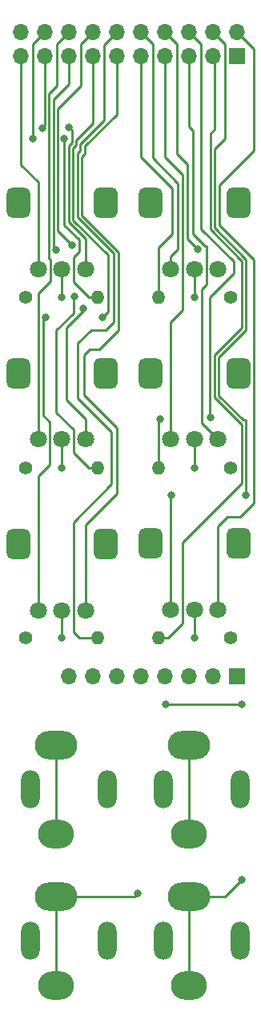
<source format=gtl>
%TF.GenerationSoftware,KiCad,Pcbnew,(6.0.1)*%
%TF.CreationDate,2022-10-19T17:02:20-04:00*%
%TF.ProjectId,ER-PROTO-CTLS-6-01,45522d50-524f-4544-9f2d-43544c532d36,1*%
%TF.SameCoordinates,Original*%
%TF.FileFunction,Copper,L1,Top*%
%TF.FilePolarity,Positive*%
%FSLAX46Y46*%
G04 Gerber Fmt 4.6, Leading zero omitted, Abs format (unit mm)*
G04 Created by KiCad (PCBNEW (6.0.1)) date 2022-10-19 17:02:20*
%MOMM*%
%LPD*%
G01*
G04 APERTURE LIST*
G04 Aperture macros list*
%AMRoundRect*
0 Rectangle with rounded corners*
0 $1 Rounding radius*
0 $2 $3 $4 $5 $6 $7 $8 $9 X,Y pos of 4 corners*
0 Add a 4 corners polygon primitive as box body*
4,1,4,$2,$3,$4,$5,$6,$7,$8,$9,$2,$3,0*
0 Add four circle primitives for the rounded corners*
1,1,$1+$1,$2,$3*
1,1,$1+$1,$4,$5*
1,1,$1+$1,$6,$7*
1,1,$1+$1,$8,$9*
0 Add four rect primitives between the rounded corners*
20,1,$1+$1,$2,$3,$4,$5,0*
20,1,$1+$1,$4,$5,$6,$7,0*
20,1,$1+$1,$6,$7,$8,$9,0*
20,1,$1+$1,$8,$9,$2,$3,0*%
G04 Aperture macros list end*
%TA.AperFunction,WasherPad*%
%ADD10RoundRect,0.625000X0.625000X-0.975000X0.625000X0.975000X-0.625000X0.975000X-0.625000X-0.975000X0*%
%TD*%
%TA.AperFunction,WasherPad*%
%ADD11RoundRect,0.578704X0.671296X-1.021296X0.671296X1.021296X-0.671296X1.021296X-0.671296X-1.021296X0*%
%TD*%
%TA.AperFunction,ComponentPad*%
%ADD12C,1.800000*%
%TD*%
%TA.AperFunction,ComponentPad*%
%ADD13C,1.400000*%
%TD*%
%TA.AperFunction,ComponentPad*%
%ADD14O,1.400000X1.400000*%
%TD*%
%TA.AperFunction,ComponentPad*%
%ADD15O,4.500000X3.000000*%
%TD*%
%TA.AperFunction,ComponentPad*%
%ADD16O,3.800000X3.000000*%
%TD*%
%TA.AperFunction,ComponentPad*%
%ADD17O,2.000000X4.000000*%
%TD*%
%TA.AperFunction,ComponentPad*%
%ADD18R,1.700000X1.700000*%
%TD*%
%TA.AperFunction,ComponentPad*%
%ADD19O,1.700000X1.700000*%
%TD*%
%TA.AperFunction,ViaPad*%
%ADD20C,0.800000*%
%TD*%
%TA.AperFunction,Conductor*%
%ADD21C,0.250000*%
%TD*%
G04 APERTURE END LIST*
D10*
%TO.P,RV4,*%
%TO.N,*%
X114850000Y-47000000D03*
D11*
X124150000Y-47000000D03*
D12*
%TO.P,RV4,1,1*%
%TO.N,/POTCW_2*%
X122000000Y-54000000D03*
%TO.P,RV4,2,2*%
%TO.N,Net-(R4-Pad1)*%
X119500000Y-54000000D03*
%TO.P,RV4,3,3*%
%TO.N,/POTCCW_2*%
X117000000Y-54000000D03*
%TD*%
D13*
%TO.P,R4,1*%
%TO.N,Net-(R4-Pad1)*%
X123310000Y-57000000D03*
D14*
%TO.P,R4,2*%
%TO.N,/POTW_2*%
X115690000Y-57000000D03*
%TD*%
D10*
%TO.P,RV2,*%
%TO.N,*%
X114850000Y-29000000D03*
D11*
X124150000Y-29000000D03*
D12*
%TO.P,RV2,1,1*%
%TO.N,/POTCW_3*%
X122000000Y-36000000D03*
%TO.P,RV2,2,2*%
%TO.N,Net-(R2-Pad1)*%
X119500000Y-36000000D03*
%TO.P,RV2,3,3*%
%TO.N,/POTCCW_3*%
X117000000Y-36000000D03*
%TD*%
D11*
%TO.P,RV5,*%
%TO.N,*%
X110150000Y-65050000D03*
D10*
X100850000Y-65050000D03*
D12*
%TO.P,RV5,1,1*%
%TO.N,/POTCW_4*%
X108000000Y-72050000D03*
%TO.P,RV5,2,2*%
%TO.N,Net-(R5-Pad1)*%
X105500000Y-72050000D03*
%TO.P,RV5,3,3*%
%TO.N,/POTCCW_4*%
X103000000Y-72050000D03*
%TD*%
D15*
%TO.P,J4,S*%
%TO.N,/VIO_4S*%
X118900000Y-102300000D03*
D16*
X118900000Y-111700000D03*
D17*
%TO.P,J4,T*%
%TO.N,/VIO_4*%
X124300000Y-107000000D03*
%TO.P,J4,TN*%
%TO.N,unconnected-(J4-PadTN)*%
X116200000Y-107000000D03*
%TD*%
D11*
%TO.P,RV6,*%
%TO.N,*%
X124150000Y-65000000D03*
D10*
X114850000Y-65000000D03*
D12*
%TO.P,RV6,1,1*%
%TO.N,/POTCW_1*%
X122000000Y-72000000D03*
%TO.P,RV6,2,2*%
%TO.N,Net-(R6-Pad1)*%
X119500000Y-72000000D03*
%TO.P,RV6,3,3*%
%TO.N,/POTCCW_1*%
X117000000Y-72000000D03*
%TD*%
D13*
%TO.P,R6,1*%
%TO.N,Net-(R6-Pad1)*%
X123310000Y-75000000D03*
D14*
%TO.P,R6,2*%
%TO.N,/POTW_1*%
X115690000Y-75000000D03*
%TD*%
D13*
%TO.P,R5,1*%
%TO.N,Net-(R5-Pad1)*%
X101690000Y-75000000D03*
D14*
%TO.P,R5,2*%
%TO.N,/POTW_4*%
X109310000Y-75000000D03*
%TD*%
D15*
%TO.P,J1,S*%
%TO.N,/VI0_1S*%
X104900000Y-86300000D03*
D16*
X104900000Y-95700000D03*
D17*
%TO.P,J1,T*%
%TO.N,/VI0_1*%
X110300000Y-91000000D03*
%TO.P,J1,TN*%
%TO.N,unconnected-(J1-PadTN)*%
X102200000Y-91000000D03*
%TD*%
D13*
%TO.P,R3,1*%
%TO.N,Net-(R3-Pad1)*%
X101690000Y-57000000D03*
D14*
%TO.P,R3,2*%
%TO.N,/POTW_5*%
X109310000Y-57000000D03*
%TD*%
D15*
%TO.P,J3,S*%
%TO.N,/VIO_3S*%
X104900000Y-102300000D03*
D16*
X104900000Y-111700000D03*
D17*
%TO.P,J3,T*%
%TO.N,/VIO_3*%
X110300000Y-107000000D03*
%TO.P,J3,TN*%
%TO.N,unconnected-(J3-PadTN)*%
X102200000Y-107000000D03*
%TD*%
D11*
%TO.P,RV1,*%
%TO.N,*%
X110150000Y-29000000D03*
D10*
X100850000Y-29000000D03*
D12*
%TO.P,RV1,1,1*%
%TO.N,/POTCW_6*%
X108000000Y-36000000D03*
%TO.P,RV1,2,2*%
%TO.N,Net-(R1-Pad1)*%
X105500000Y-36000000D03*
%TO.P,RV1,3,3*%
%TO.N,/POTCCW_6*%
X103000000Y-36000000D03*
%TD*%
D13*
%TO.P,R1,1*%
%TO.N,Net-(R1-Pad1)*%
X101690000Y-39000000D03*
D14*
%TO.P,R1,2*%
%TO.N,/POTW_6*%
X109310000Y-39000000D03*
%TD*%
D11*
%TO.P,RV3,*%
%TO.N,*%
X110150000Y-47000000D03*
D10*
X100850000Y-47000000D03*
D12*
%TO.P,RV3,1,1*%
%TO.N,/POTCW_5*%
X108000000Y-54000000D03*
%TO.P,RV3,2,2*%
%TO.N,Net-(R3-Pad1)*%
X105500000Y-54000000D03*
%TO.P,RV3,3,3*%
%TO.N,/POTCCW_5*%
X103000000Y-54000000D03*
%TD*%
D13*
%TO.P,R2,1*%
%TO.N,Net-(R2-Pad1)*%
X123310000Y-39000000D03*
D14*
%TO.P,R2,2*%
%TO.N,/POTW_3*%
X115690000Y-39000000D03*
%TD*%
D16*
%TO.P,J2,S*%
%TO.N,/VI0_2S*%
X118900000Y-95700000D03*
D15*
X118900000Y-86300000D03*
D17*
%TO.P,J2,T*%
%TO.N,/VIO_2*%
X124300000Y-91000000D03*
%TO.P,J2,TN*%
%TO.N,unconnected-(J2-PadTN)*%
X116200000Y-91000000D03*
%TD*%
D18*
%TO.P,J5,1,Pin_1*%
%TO.N,GND*%
X124000000Y-13500000D03*
D19*
%TO.P,J5,2,Pin_2*%
%TO.N,/POTCW_1*%
X124000000Y-10960000D03*
%TO.P,J5,3,Pin_3*%
%TO.N,/POTW_1*%
X121460000Y-13500000D03*
%TO.P,J5,4,Pin_4*%
%TO.N,/POTCCW_1*%
X121460000Y-10960000D03*
%TO.P,J5,5,Pin_5*%
%TO.N,/POTCW_2*%
X118920000Y-13500000D03*
%TO.P,J5,6,Pin_6*%
%TO.N,/POTW_2*%
X118920000Y-10960000D03*
%TO.P,J5,7,Pin_7*%
%TO.N,/POTCCW_2*%
X116380000Y-13500000D03*
%TO.P,J5,8,Pin_8*%
%TO.N,/POTCW_3*%
X116380000Y-10960000D03*
%TO.P,J5,9,Pin_9*%
%TO.N,/POTW_3*%
X113840000Y-13500000D03*
%TO.P,J5,10,Pin_10*%
%TO.N,/POTCCW_3*%
X113840000Y-10960000D03*
%TO.P,J5,11,Pin_11*%
%TO.N,/POTCW_4*%
X111300000Y-13500000D03*
%TO.P,J5,12,Pin_12*%
%TO.N,/POTW_4*%
X111300000Y-10960000D03*
%TO.P,J5,13,Pin_13*%
%TO.N,/POTCCW_4*%
X108760000Y-13500000D03*
%TO.P,J5,14,Pin_14*%
%TO.N,/POTCW_5*%
X108760000Y-10960000D03*
%TO.P,J5,15,Pin_15*%
%TO.N,/POTW_5*%
X106220000Y-13500000D03*
%TO.P,J5,16,Pin_16*%
%TO.N,/POTCCW_5*%
X106220000Y-10960000D03*
%TO.P,J5,17,Pin_17*%
%TO.N,/POTCW_6*%
X103680000Y-13500000D03*
%TO.P,J5,18,Pin_18*%
%TO.N,/POTW_6*%
X103680000Y-10960000D03*
%TO.P,J5,19,Pin_19*%
%TO.N,/POTCCW_6*%
X101140000Y-13500000D03*
%TO.P,J5,20,Pin_20*%
%TO.N,GND*%
X101140000Y-10960000D03*
%TD*%
D18*
%TO.P,J10,1,Pin_1*%
%TO.N,/VIO_4S*%
X124000000Y-79000000D03*
D19*
%TO.P,J10,2,Pin_2*%
%TO.N,/VIO_4*%
X121460000Y-79000000D03*
%TO.P,J10,3,Pin_3*%
%TO.N,/VI0_2S*%
X118920000Y-79000000D03*
%TO.P,J10,4,Pin_4*%
%TO.N,/VIO_2*%
X116380000Y-79000000D03*
%TO.P,J10,5,Pin_5*%
%TO.N,/VIO_3S*%
X113840000Y-79000000D03*
%TO.P,J10,6,Pin_6*%
%TO.N,/VIO_3*%
X111300000Y-79000000D03*
%TO.P,J10,7,Pin_7*%
%TO.N,/VI0_1S*%
X108760000Y-79000000D03*
%TO.P,J10,8,Pin_8*%
%TO.N,/VI0_1*%
X106220000Y-79000000D03*
%TD*%
D20*
%TO.N,/POTCCW_1*%
X124968000Y-59893200D03*
X117094000Y-59893200D03*
%TO.N,/POTW_2*%
X121208800Y-51663600D03*
X115874800Y-51816000D03*
%TO.N,/POTCW_3*%
X119888000Y-33934400D03*
%TO.N,/POTCCW_4*%
X109778800Y-41097200D03*
X103784400Y-41097200D03*
%TO.N,/POTCW_5*%
X107746800Y-40132000D03*
X106527600Y-33477200D03*
%TO.N,/POTW_5*%
X106781600Y-38862000D03*
X104876600Y-33959800D03*
%TO.N,Net-(R1-Pad1)*%
X105500000Y-39000000D03*
%TO.N,Net-(R2-Pad1)*%
X119500000Y-39000000D03*
%TO.N,Net-(R3-Pad1)*%
X105500000Y-57000000D03*
%TO.N,Net-(R4-Pad1)*%
X119500000Y-57000000D03*
%TO.N,Net-(R5-Pad1)*%
X105500000Y-75000000D03*
%TO.N,/POTCW_6*%
X106252620Y-21031200D03*
X103405020Y-21084800D03*
%TO.N,/POTW_6*%
X105753060Y-22250400D03*
X102412800Y-22199600D03*
%TO.N,Net-(R6-Pad1)*%
X119500000Y-75000000D03*
%TO.N,/VIO_2*%
X124500000Y-82000000D03*
X116500000Y-82000000D03*
%TO.N,/VIO_3S*%
X113500000Y-102000000D03*
%TO.N,/VIO_4S*%
X124500000Y-100500000D03*
%TD*%
D21*
%TO.N,/POTCCW_1*%
X117000000Y-59987200D02*
X117000000Y-72000000D01*
X124663200Y-51968400D02*
X122072400Y-49377600D01*
X124968000Y-51968400D02*
X124663200Y-51968400D01*
X124968000Y-59893200D02*
X124968000Y-51968400D01*
X122072400Y-49377600D02*
X122072400Y-45313600D01*
X124968000Y-42418000D02*
X124968000Y-34975082D01*
X122732800Y-22250400D02*
X122732800Y-12232800D01*
X121640600Y-31647682D02*
X121640600Y-23342600D01*
X122072400Y-45313600D02*
X124968000Y-42418000D01*
X124968000Y-34975082D02*
X121640600Y-31647682D01*
X122732800Y-12232800D02*
X121460000Y-10960000D01*
X117094000Y-59893200D02*
X117000000Y-59987200D01*
X121640600Y-23342600D02*
X122732800Y-22250400D01*
%TO.N,/POTCW_1*%
X125780800Y-23520400D02*
X125780800Y-12740800D01*
X125780800Y-12740800D02*
X124000000Y-10960000D01*
X122986800Y-62179200D02*
X124307600Y-62179200D01*
X122148600Y-31343600D02*
X122148600Y-27152600D01*
X125780800Y-60706000D02*
X125780800Y-34975800D01*
X124307600Y-62179200D02*
X125780800Y-60706000D01*
X122000000Y-72000000D02*
X122000000Y-63166000D01*
X125780800Y-34975800D02*
X122148600Y-31343600D01*
X122148600Y-27152600D02*
X125780800Y-23520400D01*
X122000000Y-63166000D02*
X122986800Y-62179200D01*
%TO.N,/POTCCW_2*%
X117000000Y-41597600D02*
X118275489Y-40322111D01*
X117000000Y-54000000D02*
X117000000Y-41597600D01*
X118275489Y-26047311D02*
X118275489Y-40322111D01*
X116380000Y-24151822D02*
X118275489Y-26047311D01*
X116380000Y-13500000D02*
X116380000Y-24151822D01*
%TO.N,/POTCW_2*%
X119329200Y-32258000D02*
X119329200Y-21336000D01*
X120243600Y-52243600D02*
X120243600Y-38100000D01*
X119329200Y-21336000D02*
X118920000Y-20926800D01*
X118920000Y-20926800D02*
X118920000Y-13500000D01*
X120243600Y-38100000D02*
X120751600Y-37592000D01*
X120599200Y-33528000D02*
X119329200Y-32258000D01*
X120751600Y-37592000D02*
X120751600Y-33528000D01*
X122000000Y-54000000D02*
X120243600Y-52243600D01*
X120751600Y-33528000D02*
X120599200Y-33528000D01*
%TO.N,/POTW_2*%
X120192800Y-31750000D02*
X123647200Y-35204400D01*
X121165680Y-51620480D02*
X121208800Y-51663600D01*
X121165680Y-38955920D02*
X121165680Y-51620480D01*
X123647200Y-36474400D02*
X121165680Y-38955920D01*
X115690000Y-52000800D02*
X115690000Y-57000000D01*
X120192800Y-12232800D02*
X120192800Y-31750000D01*
X115874800Y-51816000D02*
X115690000Y-52000800D01*
X118920000Y-10960000D02*
X120192800Y-12232800D01*
X123647200Y-35204400D02*
X123647200Y-36474400D01*
%TO.N,/POTW_1*%
X121673680Y-21226720D02*
X121673680Y-13713680D01*
X121183400Y-31826199D02*
X121183400Y-21717000D01*
X121615200Y-49556118D02*
X121615200Y-45110400D01*
X115690000Y-75000000D02*
X116679949Y-75000000D01*
X118224511Y-73455438D02*
X118224511Y-64909489D01*
X121615200Y-45110400D02*
X124518480Y-42207120D01*
X118224511Y-64909489D02*
X124518480Y-58615520D01*
X124518480Y-35161280D02*
X121183400Y-31826199D01*
X124518480Y-52459398D02*
X121615200Y-49556118D01*
X116679949Y-75000000D02*
X118224511Y-73455438D01*
X124518480Y-42207120D02*
X124518480Y-35161280D01*
X124518480Y-58615520D02*
X124518480Y-52459398D01*
X121183400Y-21717000D02*
X121673680Y-21226720D01*
%TO.N,/POTCCW_3*%
X117000000Y-34688800D02*
X117000000Y-36000000D01*
X115112800Y-24282400D02*
X117754400Y-26924000D01*
X117754400Y-33934400D02*
X117000000Y-34688800D01*
X115112800Y-12232800D02*
X115112800Y-24282400D01*
X117754400Y-26924000D02*
X117754400Y-33934400D01*
X113840000Y-10960000D02*
X115112800Y-12232800D01*
%TO.N,/POTCW_3*%
X117652800Y-12232800D02*
X116380000Y-10960000D01*
X118725009Y-32771409D02*
X118725009Y-24937391D01*
X118725009Y-24937391D02*
X117652800Y-23865182D01*
X117652800Y-23865182D02*
X117652800Y-12232800D01*
X119888000Y-33934400D02*
X118725009Y-32771409D01*
%TO.N,/POTCCW_4*%
X104224511Y-56659089D02*
X104224511Y-52154511D01*
X109778800Y-41097200D02*
X110337600Y-40538400D01*
X103000000Y-72050000D02*
X103000000Y-57883600D01*
X110337600Y-34493200D02*
X106672320Y-30827920D01*
X106672320Y-30827920D02*
X106672320Y-23223280D01*
X106977120Y-22359680D02*
X108760000Y-20576800D01*
X104224511Y-52154511D02*
X103530400Y-51460400D01*
X108760000Y-20576800D02*
X108760000Y-13500000D01*
X103000000Y-57883600D02*
X104224511Y-56659089D01*
X106977120Y-22918480D02*
X106977120Y-22359680D01*
X110337600Y-40538400D02*
X110337600Y-34493200D01*
X103530400Y-51460400D02*
X103530400Y-41351200D01*
X103530400Y-41351200D02*
X103784400Y-41097200D01*
X106672320Y-23223280D02*
X106977120Y-22918480D01*
%TO.N,/POTCW_4*%
X107586720Y-24188480D02*
X107950000Y-23825200D01*
X111302800Y-52781200D02*
X107797600Y-49276000D01*
X109474000Y-44450000D02*
X111506000Y-42418000D01*
X107950000Y-23012400D02*
X111300000Y-19662400D01*
X107950000Y-23825200D02*
X107950000Y-23012400D01*
X108407200Y-44450000D02*
X109474000Y-44450000D01*
X111506000Y-42418000D02*
X111506000Y-34263882D01*
X111506000Y-34263882D02*
X107586720Y-30344602D01*
X107586720Y-30344602D02*
X107586720Y-24188480D01*
X108000000Y-72050000D02*
X108000000Y-63043600D01*
X111300000Y-19662400D02*
X111300000Y-13500000D01*
X107797600Y-45059600D02*
X108407200Y-44450000D01*
X107797600Y-49276000D02*
X107797600Y-45059600D01*
X108000000Y-63043600D02*
X111302800Y-59740800D01*
X111302800Y-59740800D02*
X111302800Y-52781200D01*
%TO.N,/POTCCW_5*%
X104275489Y-37253311D02*
X104275489Y-35035089D01*
X104129520Y-34889120D02*
X104129520Y-17485680D01*
X103000000Y-38528800D02*
X104275489Y-37253311D01*
X104952800Y-12227200D02*
X106220000Y-10960000D01*
X103000000Y-54000000D02*
X103000000Y-38528800D01*
X104952800Y-16662400D02*
X104952800Y-12227200D01*
X104129520Y-17485680D02*
X104952800Y-16662400D01*
X104275489Y-35035089D02*
X104129520Y-34889120D01*
%TO.N,/POTCW_5*%
X105028560Y-19075840D02*
X107492800Y-16611600D01*
X107492800Y-16611600D02*
X107492800Y-12227200D01*
X105968800Y-42214800D02*
X105968800Y-49785600D01*
X107746800Y-40436800D02*
X105968800Y-42214800D01*
X108000000Y-54000000D02*
X108000000Y-51816800D01*
X105028560Y-31978160D02*
X105028560Y-19075840D01*
X105968800Y-49785600D02*
X108000000Y-51816800D01*
X107746800Y-40132000D02*
X107746800Y-40436800D01*
X107492800Y-12227200D02*
X108760000Y-10960000D01*
X106527600Y-33477200D02*
X105028560Y-31978160D01*
%TO.N,/POTW_3*%
X113840000Y-13500000D02*
X113840000Y-24127200D01*
X115690000Y-33763600D02*
X115690000Y-39000000D01*
X117144800Y-27432000D02*
X117144800Y-32308800D01*
X117144800Y-32308800D02*
X115690000Y-33763600D01*
X113840000Y-24127200D02*
X117144800Y-27432000D01*
%TO.N,/POTW_4*%
X108610400Y-42418000D02*
X110134400Y-42418000D01*
X106730800Y-74371200D02*
X106730800Y-72512521D01*
X109982000Y-12278000D02*
X111300000Y-10960000D01*
X109310000Y-75000000D02*
X107359600Y-75000000D01*
X107359600Y-75000000D02*
X106730800Y-74371200D01*
X107188000Y-49682400D02*
X107188000Y-43840400D01*
X106730800Y-72512521D02*
X106724511Y-72506232D01*
X110718600Y-53213000D02*
X107188000Y-49682400D01*
X109982000Y-20269200D02*
X109982000Y-12278000D01*
X110134400Y-42418000D02*
X110947200Y-41605200D01*
X106724511Y-72506232D02*
X106724511Y-62744289D01*
X110947200Y-41605200D02*
X110947200Y-34340800D01*
X107137200Y-23774400D02*
X107426640Y-23484960D01*
X110947200Y-34340800D02*
X107137200Y-30530800D01*
X107426640Y-23484960D02*
X107426640Y-22824560D01*
X107137200Y-30530800D02*
X107137200Y-23774400D01*
X110718600Y-58750200D02*
X110718600Y-53213000D01*
X107426640Y-22824560D02*
X109982000Y-20269200D01*
X107188000Y-43840400D02*
X108610400Y-42418000D01*
X106724511Y-62744289D02*
X110718600Y-58750200D01*
%TO.N,/POTW_5*%
X106730800Y-55410749D02*
X106730800Y-52984400D01*
X106730800Y-38912800D02*
X106781600Y-38862000D01*
X104579040Y-33662240D02*
X104579040Y-18102960D01*
X104876600Y-33959800D02*
X104579040Y-33662240D01*
X104902000Y-42468800D02*
X106730800Y-40640000D01*
X108320051Y-57000000D02*
X106730800Y-55410749D01*
X106730800Y-40640000D02*
X106730800Y-38912800D01*
X104579040Y-18102960D02*
X106220000Y-16462000D01*
X106730800Y-52984400D02*
X104902000Y-51155600D01*
X106220000Y-16462000D02*
X106220000Y-13500000D01*
X104902000Y-51155600D02*
X104902000Y-42468800D01*
X109310000Y-57000000D02*
X108320051Y-57000000D01*
%TO.N,Net-(R1-Pad1)*%
X105500000Y-39000000D02*
X105500000Y-36000000D01*
%TO.N,Net-(R2-Pad1)*%
X119500000Y-36000000D02*
X119500000Y-39000000D01*
%TO.N,Net-(R3-Pad1)*%
X105500000Y-57000000D02*
X105500000Y-54000000D01*
%TO.N,Net-(R4-Pad1)*%
X119500000Y-57000000D02*
X119500000Y-54000000D01*
%TO.N,Net-(R5-Pad1)*%
X105500000Y-72050000D02*
X105500000Y-75000000D01*
%TO.N,/POTCW_6*%
X106202580Y-22981820D02*
X106527600Y-22656800D01*
X106527600Y-22656800D02*
X106527600Y-21306180D01*
X106527600Y-21306180D02*
X106252620Y-21031200D01*
X106222800Y-30683200D02*
X106202580Y-30662980D01*
X108000000Y-36000000D02*
X108000000Y-32816000D01*
X106202580Y-30662980D02*
X106202580Y-22981820D01*
X103680000Y-20809820D02*
X103405020Y-21084800D01*
X106222800Y-31038800D02*
X106222800Y-30683200D01*
X103680000Y-13500000D02*
X103680000Y-20809820D01*
X108000000Y-32816000D02*
X106222800Y-31038800D01*
%TO.N,/POTW_6*%
X107340400Y-32918400D02*
X105753060Y-31331060D01*
X103680000Y-10960000D02*
X102412800Y-12227200D01*
X107340400Y-32918400D02*
X107340400Y-34125022D01*
X102412800Y-12227200D02*
X102412800Y-22199600D01*
X106724511Y-34740911D02*
X106724511Y-37404460D01*
X106724511Y-37404460D02*
X108320051Y-39000000D01*
X105753060Y-31331060D02*
X105753060Y-22250400D01*
X108320051Y-39000000D02*
X109310000Y-39000000D01*
X107340400Y-34125022D02*
X106724511Y-34740911D01*
%TO.N,/POTCCW_6*%
X101140000Y-24990800D02*
X102971600Y-26822400D01*
X102971600Y-28549600D02*
X103000000Y-28578000D01*
X102971600Y-26822400D02*
X102971600Y-28549600D01*
X103000000Y-28578000D02*
X103000000Y-36000000D01*
X101140000Y-13500000D02*
X101140000Y-24990800D01*
%TO.N,Net-(R6-Pad1)*%
X119500000Y-75000000D02*
X119500000Y-72000000D01*
%TO.N,/VI0_1S*%
X104900000Y-86300000D02*
X104900000Y-95700000D01*
%TO.N,/VI0_2S*%
X118900000Y-86300000D02*
X118900000Y-95700000D01*
%TO.N,/VIO_2*%
X116500000Y-82000000D02*
X124500000Y-82000000D01*
%TO.N,/VIO_3S*%
X113200000Y-102300000D02*
X104900000Y-102300000D01*
X104900000Y-102300000D02*
X104900000Y-111700000D01*
X113500000Y-102000000D02*
X113200000Y-102300000D01*
%TO.N,/VIO_4S*%
X124500000Y-100500000D02*
X122700000Y-102300000D01*
X118900000Y-102300000D02*
X118900000Y-111700000D01*
X122700000Y-102300000D02*
X118900000Y-102300000D01*
%TD*%
M02*

</source>
